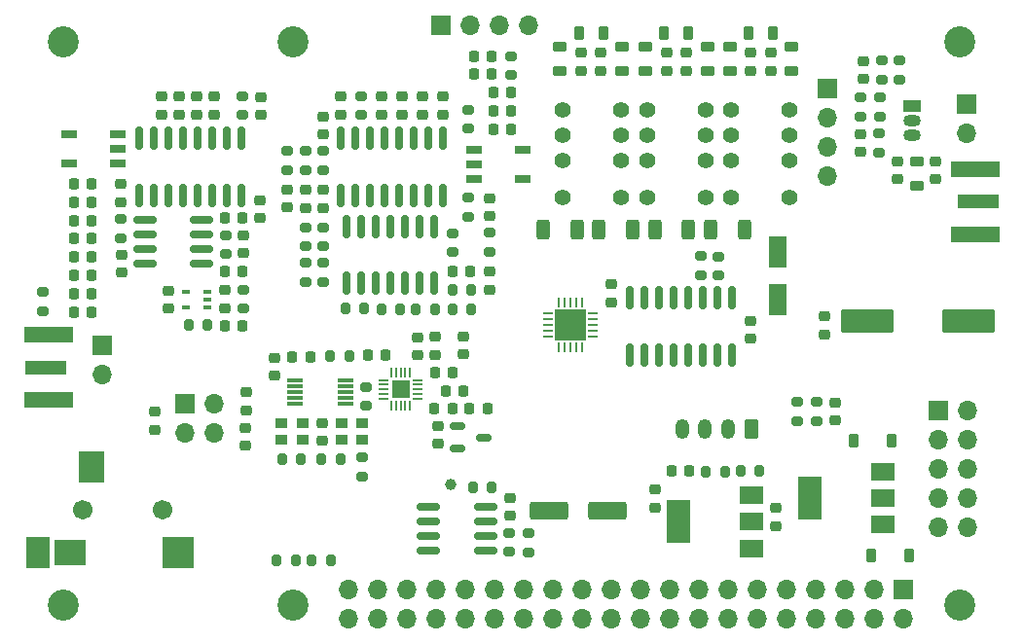
<source format=gts>
G04 #@! TF.GenerationSoftware,KiCad,Pcbnew,7.0.10*
G04 #@! TF.CreationDate,2024-01-23T19:41:07-06:00*
G04 #@! TF.ProjectId,radiohead,72616469-6f68-4656-9164-2e6b69636164,2.0*
G04 #@! TF.SameCoordinates,Original*
G04 #@! TF.FileFunction,Soldermask,Top*
G04 #@! TF.FilePolarity,Negative*
%FSLAX46Y46*%
G04 Gerber Fmt 4.6, Leading zero omitted, Abs format (unit mm)*
G04 Created by KiCad (PCBNEW 7.0.10) date 2024-01-23 19:41:07*
%MOMM*%
%LPD*%
G01*
G04 APERTURE LIST*
G04 Aperture macros list*
%AMRoundRect*
0 Rectangle with rounded corners*
0 $1 Rounding radius*
0 $2 $3 $4 $5 $6 $7 $8 $9 X,Y pos of 4 corners*
0 Add a 4 corners polygon primitive as box body*
4,1,4,$2,$3,$4,$5,$6,$7,$8,$9,$2,$3,0*
0 Add four circle primitives for the rounded corners*
1,1,$1+$1,$2,$3*
1,1,$1+$1,$4,$5*
1,1,$1+$1,$6,$7*
1,1,$1+$1,$8,$9*
0 Add four rect primitives between the rounded corners*
20,1,$1+$1,$2,$3,$4,$5,0*
20,1,$1+$1,$4,$5,$6,$7,0*
20,1,$1+$1,$6,$7,$8,$9,0*
20,1,$1+$1,$8,$9,$2,$3,0*%
G04 Aperture macros list end*
%ADD10RoundRect,0.225000X0.250000X-0.225000X0.250000X0.225000X-0.250000X0.225000X-0.250000X-0.225000X0*%
%ADD11RoundRect,0.200000X-0.275000X0.200000X-0.275000X-0.200000X0.275000X-0.200000X0.275000X0.200000X0*%
%ADD12RoundRect,0.200000X0.200000X0.275000X-0.200000X0.275000X-0.200000X-0.275000X0.200000X-0.275000X0*%
%ADD13RoundRect,0.225000X-0.250000X0.225000X-0.250000X-0.225000X0.250000X-0.225000X0.250000X0.225000X0*%
%ADD14RoundRect,0.225000X-0.225000X-0.250000X0.225000X-0.250000X0.225000X0.250000X-0.225000X0.250000X0*%
%ADD15RoundRect,0.225000X0.225000X0.250000X-0.225000X0.250000X-0.225000X-0.250000X0.225000X-0.250000X0*%
%ADD16RoundRect,0.218750X0.218750X0.256250X-0.218750X0.256250X-0.218750X-0.256250X0.218750X-0.256250X0*%
%ADD17RoundRect,0.218750X-0.218750X-0.256250X0.218750X-0.256250X0.218750X0.256250X-0.218750X0.256250X0*%
%ADD18C,2.700000*%
%ADD19R,3.600000X1.270000*%
%ADD20R,4.200000X1.350000*%
%ADD21RoundRect,0.200000X0.275000X-0.200000X0.275000X0.200000X-0.275000X0.200000X-0.275000X-0.200000X0*%
%ADD22RoundRect,0.200000X-0.200000X-0.275000X0.200000X-0.275000X0.200000X0.275000X-0.200000X0.275000X0*%
%ADD23R,1.400000X0.300000*%
%ADD24RoundRect,0.225000X-0.225000X-0.375000X0.225000X-0.375000X0.225000X0.375000X-0.225000X0.375000X0*%
%ADD25RoundRect,0.150000X-0.825000X-0.150000X0.825000X-0.150000X0.825000X0.150000X-0.825000X0.150000X0*%
%ADD26RoundRect,0.050000X0.375000X0.050000X-0.375000X0.050000X-0.375000X-0.050000X0.375000X-0.050000X0*%
%ADD27RoundRect,0.050000X0.050000X0.375000X-0.050000X0.375000X-0.050000X-0.375000X0.050000X-0.375000X0*%
%ADD28R,1.650000X1.650000*%
%ADD29RoundRect,0.150000X0.150000X-0.825000X0.150000X0.825000X-0.150000X0.825000X-0.150000X-0.825000X0*%
%ADD30RoundRect,0.250001X-2.049999X-0.799999X2.049999X-0.799999X2.049999X0.799999X-2.049999X0.799999X0*%
%ADD31R,1.700000X1.700000*%
%ADD32O,1.700000X1.700000*%
%ADD33C,1.000000*%
%ADD34R,2.000000X1.500000*%
%ADD35R,2.000000X3.800000*%
%ADD36R,1.400000X0.760000*%
%ADD37RoundRect,0.250000X1.412500X0.550000X-1.412500X0.550000X-1.412500X-0.550000X1.412500X-0.550000X0*%
%ADD38RoundRect,0.150000X0.825000X0.150000X-0.825000X0.150000X-0.825000X-0.150000X0.825000X-0.150000X0*%
%ADD39RoundRect,0.150000X-0.512500X-0.150000X0.512500X-0.150000X0.512500X0.150000X-0.512500X0.150000X0*%
%ADD40RoundRect,0.225000X0.225000X0.375000X-0.225000X0.375000X-0.225000X-0.375000X0.225000X-0.375000X0*%
%ADD41RoundRect,0.250000X0.312500X0.625000X-0.312500X0.625000X-0.312500X-0.625000X0.312500X-0.625000X0*%
%ADD42RoundRect,0.218750X0.218750X0.381250X-0.218750X0.381250X-0.218750X-0.381250X0.218750X-0.381250X0*%
%ADD43RoundRect,0.250000X0.350000X0.625000X-0.350000X0.625000X-0.350000X-0.625000X0.350000X-0.625000X0*%
%ADD44O,1.200000X1.750000*%
%ADD45RoundRect,0.218750X-0.381250X0.218750X-0.381250X-0.218750X0.381250X-0.218750X0.381250X0.218750X0*%
%ADD46RoundRect,0.062500X-0.337500X-0.062500X0.337500X-0.062500X0.337500X0.062500X-0.337500X0.062500X0*%
%ADD47RoundRect,0.062500X-0.062500X-0.337500X0.062500X-0.337500X0.062500X0.337500X-0.062500X0.337500X0*%
%ADD48R,2.700000X2.700000*%
%ADD49R,1.500000X1.050000*%
%ADD50O,1.500000X1.050000*%
%ADD51R,1.050000X0.950000*%
%ADD52C,1.400000*%
%ADD53RoundRect,0.218750X0.381250X-0.218750X0.381250X0.218750X-0.381250X0.218750X-0.381250X-0.218750X0*%
%ADD54R,0.650000X0.400000*%
%ADD55RoundRect,0.250000X-0.550000X1.137500X-0.550000X-1.137500X0.550000X-1.137500X0.550000X1.137500X0*%
%ADD56C,1.701800*%
%ADD57R,2.006600X2.794000*%
%ADD58R,2.794000X2.794000*%
%ADD59R,2.209800X2.794000*%
%ADD60R,2.794000X2.209800*%
%ADD61RoundRect,0.150000X-0.150000X0.825000X-0.150000X-0.825000X0.150000X-0.825000X0.150000X0.825000X0*%
G04 APERTURE END LIST*
D10*
X92043200Y-109826600D03*
X92043200Y-108276600D03*
D11*
X99138000Y-125078400D03*
X99138000Y-126728400D03*
D12*
X96055400Y-128187400D03*
X94405400Y-128187400D03*
D10*
X100633200Y-118834600D03*
X100633200Y-117284600D03*
X95126532Y-109826600D03*
X95126532Y-108276600D03*
D13*
X99153700Y-120340400D03*
X99153700Y-121890400D03*
D14*
X109982600Y-130796400D03*
X111532600Y-130796400D03*
D10*
X96668200Y-109826600D03*
X96668200Y-108276600D03*
D15*
X117368900Y-132332800D03*
X115818900Y-132332800D03*
X120788200Y-106321600D03*
X119238200Y-106321600D03*
D14*
X120918200Y-109503600D03*
X122468200Y-109503600D03*
D16*
X120800700Y-104755600D03*
X119225700Y-104755600D03*
D17*
X120905700Y-107907600D03*
X122480700Y-107907600D03*
D16*
X122480700Y-111099600D03*
X120905700Y-111099600D03*
D18*
X103500000Y-103500000D03*
X161500000Y-103500000D03*
D15*
X85987800Y-115868974D03*
X84437800Y-115868974D03*
D16*
X86000300Y-123830844D03*
X84425300Y-123830844D03*
D17*
X84425300Y-119053722D03*
X86000300Y-119053722D03*
D16*
X86000300Y-117461348D03*
X84425300Y-117461348D03*
X86000300Y-125423218D03*
X84425300Y-125423218D03*
D19*
X82030000Y-131857600D03*
D20*
X82230000Y-129032600D03*
X82230000Y-134682600D03*
D21*
X104592600Y-124388800D03*
X104592600Y-122738800D03*
X117398000Y-121809800D03*
X117398000Y-120159800D03*
D12*
X112825400Y-126784200D03*
X111175400Y-126784200D03*
D11*
X106159800Y-122739000D03*
X106159800Y-124389000D03*
D21*
X97610400Y-121974800D03*
X97610400Y-120324800D03*
X88511500Y-120602200D03*
X88511500Y-118952200D03*
X99064800Y-109887200D03*
X99064800Y-108237200D03*
X109450080Y-109884600D03*
X109450080Y-108234600D03*
D15*
X104988200Y-130921600D03*
X103438200Y-130921600D03*
D10*
X118279200Y-130722800D03*
X118279200Y-129172800D03*
D22*
X114189200Y-126788200D03*
X115839200Y-126788200D03*
D12*
X109681200Y-126715600D03*
X108031200Y-126715600D03*
D15*
X99091040Y-118870500D03*
X97541040Y-118870500D03*
D22*
X119124400Y-142267400D03*
X120774400Y-142267400D03*
D21*
X123993000Y-147953800D03*
X123993000Y-146303800D03*
D18*
X103500000Y-152500000D03*
D14*
X97556800Y-128197400D03*
X99106800Y-128197400D03*
D23*
X108093500Y-135009500D03*
X108093500Y-134509500D03*
X108093500Y-134009500D03*
X108093500Y-133509500D03*
X108093500Y-133009500D03*
X103693500Y-133009500D03*
X103693500Y-133509500D03*
X103693500Y-134009500D03*
X103693500Y-134509500D03*
X103693500Y-135009500D03*
D10*
X93584866Y-109826600D03*
X93584866Y-108276600D03*
D15*
X117355800Y-135445200D03*
X115805800Y-135445200D03*
D10*
X88569460Y-123614060D03*
X88569460Y-122064060D03*
D15*
X99131300Y-123474500D03*
X97581300Y-123474500D03*
X85987800Y-122238470D03*
X84437800Y-122238470D03*
D18*
X161500000Y-152500000D03*
D24*
X153760000Y-148228000D03*
X157060000Y-148228000D03*
D25*
X115288600Y-143949600D03*
X115288600Y-145219600D03*
X115288600Y-146489600D03*
X115288600Y-147759600D03*
X120238600Y-147759600D03*
X120238600Y-146489600D03*
X120238600Y-145219600D03*
X120238600Y-143949600D03*
D26*
X114307200Y-134557200D03*
X114307200Y-134157200D03*
X114307200Y-133757200D03*
X114307200Y-133357200D03*
X114307200Y-132957200D03*
D27*
X113657200Y-132307200D03*
X113257200Y-132307200D03*
X112857200Y-132307200D03*
X112457200Y-132307200D03*
X112057200Y-132307200D03*
D26*
X111407200Y-132957200D03*
X111407200Y-133357200D03*
X111407200Y-133757200D03*
X111407200Y-134157200D03*
X111407200Y-134557200D03*
D27*
X112057200Y-135207200D03*
X112457200Y-135207200D03*
X112857200Y-135207200D03*
X113257200Y-135207200D03*
X113657200Y-135207200D03*
D28*
X112857200Y-133757200D03*
D21*
X122319000Y-147887200D03*
X122319000Y-146237200D03*
D10*
X115888200Y-130758800D03*
X115888200Y-129208800D03*
X106110400Y-111548200D03*
X106110400Y-109998200D03*
D13*
X88487800Y-115911400D03*
X88487800Y-117461400D03*
D15*
X118312600Y-133889200D03*
X116762600Y-133889200D03*
D10*
X91509200Y-137278000D03*
X91509200Y-135728000D03*
D13*
X99384000Y-137137200D03*
X99384000Y-138687200D03*
X99390200Y-134031800D03*
X99390200Y-135581800D03*
D29*
X107673200Y-116851600D03*
X108943200Y-116851600D03*
X110213200Y-116851600D03*
X111483200Y-116851600D03*
X112753200Y-116851600D03*
X114023200Y-116851600D03*
X115293200Y-116851600D03*
X116563200Y-116851600D03*
X116563200Y-111901600D03*
X115293200Y-111901600D03*
X114023200Y-111901600D03*
X112753200Y-111901600D03*
X111483200Y-111901600D03*
X110213200Y-111901600D03*
X108943200Y-111901600D03*
X107673200Y-111901600D03*
D14*
X84437800Y-120646096D03*
X85987800Y-120646096D03*
D15*
X85987800Y-127015598D03*
X84437800Y-127015598D03*
D10*
X116099400Y-138484000D03*
X116099400Y-136934000D03*
X106034800Y-138226000D03*
X106034800Y-136676000D03*
D14*
X117392400Y-123485200D03*
X118942400Y-123485200D03*
D30*
X153410000Y-127808000D03*
X162210000Y-127808000D03*
D13*
X101893200Y-131001600D03*
X101893200Y-132551600D03*
D14*
X118841000Y-135435400D03*
X120391000Y-135435400D03*
D31*
X159620000Y-135636000D03*
D32*
X162160000Y-135636000D03*
X159620000Y-138176000D03*
X162160000Y-138176000D03*
X159620000Y-140716000D03*
X162160000Y-140716000D03*
X159620000Y-143256000D03*
X162160000Y-143256000D03*
X159620000Y-145796000D03*
X162160000Y-145796000D03*
D11*
X147374600Y-134883800D03*
X147374600Y-136533800D03*
D21*
X149050000Y-136513000D03*
X149050000Y-134863000D03*
D11*
X104587000Y-119660000D03*
X104587000Y-121310000D03*
D21*
X106147200Y-121312600D03*
X106147200Y-119662600D03*
D33*
X117239800Y-142029400D03*
D34*
X154780000Y-145498000D03*
X154780000Y-143198000D03*
D35*
X148480000Y-143198000D03*
D34*
X154780000Y-140898000D03*
D22*
X117351400Y-125104800D03*
X119001400Y-125104800D03*
D10*
X92686800Y-126698200D03*
X92686800Y-125148200D03*
D36*
X119272200Y-115417600D03*
X119272200Y-114147600D03*
X119272200Y-112877600D03*
X123482200Y-115417600D03*
X123482200Y-112877600D03*
X88228200Y-111555600D03*
X88228200Y-112825600D03*
X88228200Y-114095600D03*
X84018200Y-111555600D03*
X84018200Y-114095600D03*
D12*
X144075600Y-140880800D03*
X142425600Y-140880800D03*
X141043400Y-140899200D03*
X139393400Y-140899200D03*
D10*
X122351800Y-144742200D03*
X122351800Y-143192200D03*
D13*
X149719200Y-127428600D03*
X149719200Y-128978600D03*
X107676800Y-108284600D03*
X107676800Y-109834600D03*
X150680000Y-134913000D03*
X150680000Y-136463000D03*
X145457800Y-144090400D03*
X145457800Y-145640400D03*
D34*
X143358000Y-147588000D03*
X143358000Y-145288000D03*
D35*
X137058000Y-145288000D03*
D34*
X143358000Y-142988000D03*
D22*
X117348600Y-126799600D03*
X118998600Y-126799600D03*
D13*
X114311000Y-129214800D03*
X114311000Y-130764800D03*
D10*
X134950200Y-144031000D03*
X134950200Y-142481000D03*
D37*
X130877500Y-144348000D03*
X125802500Y-144348000D03*
D38*
X95539800Y-122793200D03*
X95539800Y-121523200D03*
X95539800Y-120253200D03*
X95539800Y-118983200D03*
X90589800Y-118983200D03*
X90589800Y-120253200D03*
X90589800Y-121523200D03*
X90589800Y-122793200D03*
D10*
X97576600Y-126689200D03*
X97576600Y-125139200D03*
X120601400Y-125081200D03*
X120601400Y-123531200D03*
X106123200Y-117964600D03*
X106123200Y-116414600D03*
X104573200Y-117954600D03*
X104573200Y-116404600D03*
X114769920Y-109834600D03*
X114769920Y-108284600D03*
X111223360Y-109834600D03*
X111223360Y-108284600D03*
X116543200Y-109834600D03*
X116543200Y-108284600D03*
X112996640Y-109834600D03*
X112996640Y-108284600D03*
D21*
X120578200Y-121783600D03*
X120578200Y-120133600D03*
X118712000Y-118719200D03*
X118712000Y-117069200D03*
D11*
X118753200Y-109404600D03*
X118753200Y-111054600D03*
D21*
X106113200Y-114684600D03*
X106113200Y-113034600D03*
X104553200Y-114664600D03*
X104553200Y-113014600D03*
X103023200Y-114654600D03*
X103023200Y-113004600D03*
D10*
X103023200Y-117944600D03*
X103023200Y-116394600D03*
D39*
X117808900Y-136989200D03*
X117808900Y-138889200D03*
X120083900Y-137939200D03*
D40*
X155540000Y-138238000D03*
X152240000Y-138238000D03*
D11*
X122445000Y-104770000D03*
X122445000Y-106420000D03*
D29*
X108178600Y-124522000D03*
X109448600Y-124522000D03*
X110718600Y-124522000D03*
X111988600Y-124522000D03*
X113258600Y-124522000D03*
X114528600Y-124522000D03*
X115798600Y-124522000D03*
X115798600Y-119572000D03*
X114528600Y-119572000D03*
X113258600Y-119572000D03*
X111988600Y-119572000D03*
X110718600Y-119572000D03*
X109448600Y-119572000D03*
X108178600Y-119572000D03*
D41*
X137900832Y-119815000D03*
X134975832Y-119815000D03*
D22*
X105950000Y-139855000D03*
X107600000Y-139855000D03*
D42*
X130497500Y-102785000D03*
X128372500Y-102785000D03*
D43*
X143345000Y-137215000D03*
D44*
X141345000Y-137215000D03*
X139345000Y-137215000D03*
X137345000Y-137215000D03*
D11*
X140505000Y-122190000D03*
X140505000Y-123840000D03*
D13*
X130287220Y-104470000D03*
X130287220Y-106020000D03*
D31*
X149955000Y-107545000D03*
D32*
X149955000Y-110085000D03*
X149955000Y-112625000D03*
X149955000Y-115165000D03*
D21*
X156215000Y-106790000D03*
X156215000Y-105140000D03*
D22*
X102080000Y-148655000D03*
X103730000Y-148655000D03*
D45*
X141485000Y-103912500D03*
X141485000Y-106037500D03*
D22*
X106718600Y-130835400D03*
X108368600Y-130835400D03*
D46*
X125665000Y-127145000D03*
X125665000Y-127645000D03*
X125665000Y-128145000D03*
X125665000Y-128645000D03*
X125665000Y-129145000D03*
D47*
X126615000Y-130095000D03*
X127115000Y-130095000D03*
X127615000Y-130095000D03*
X128115000Y-130095000D03*
X128615000Y-130095000D03*
D46*
X129565000Y-129145000D03*
X129565000Y-128645000D03*
X129565000Y-128145000D03*
X129565000Y-127645000D03*
X129565000Y-127145000D03*
D47*
X128615000Y-126195000D03*
X128115000Y-126195000D03*
X127615000Y-126195000D03*
X127115000Y-126195000D03*
X126615000Y-126195000D03*
D48*
X127615000Y-128145000D03*
D22*
X105140000Y-148645000D03*
X106790000Y-148645000D03*
D45*
X126705000Y-103912500D03*
X126705000Y-106037500D03*
D49*
X157345000Y-109135000D03*
D50*
X157345000Y-110405000D03*
X157345000Y-111675000D03*
D13*
X120579800Y-117119800D03*
X120579800Y-118669800D03*
D51*
X102510000Y-138128200D03*
X104360000Y-138128200D03*
X104360000Y-136678200D03*
X102510000Y-136678200D03*
D11*
X109515000Y-139710000D03*
X109515000Y-141360000D03*
D21*
X81765000Y-126950000D03*
X81765000Y-125300000D03*
D10*
X156055000Y-115480000D03*
X156055000Y-113930000D03*
D41*
X142757500Y-119815000D03*
X139832500Y-119815000D03*
D45*
X146865000Y-103912500D03*
X146865000Y-106037500D03*
D13*
X159375000Y-113930000D03*
X159375000Y-115480000D03*
X128556110Y-104470000D03*
X128556110Y-106020000D03*
D31*
X86895000Y-129915000D03*
D32*
X86895000Y-132455000D03*
D13*
X143318333Y-104470000D03*
X143318333Y-106020000D03*
D52*
X132025000Y-117035000D03*
X132025000Y-113835000D03*
X132025000Y-111635000D03*
X132025000Y-109435000D03*
X126945000Y-109435000D03*
X126945000Y-111635000D03*
X126945000Y-113835000D03*
X126945000Y-117035000D03*
D19*
X163060000Y-117440000D03*
D20*
X162860000Y-120265000D03*
X162860000Y-114615000D03*
D29*
X132790000Y-130750000D03*
X134060000Y-130750000D03*
X135330000Y-130750000D03*
X136600000Y-130750000D03*
X137870000Y-130750000D03*
X139140000Y-130750000D03*
X140410000Y-130750000D03*
X141680000Y-130750000D03*
X141680000Y-125800000D03*
X140410000Y-125800000D03*
X139140000Y-125800000D03*
X137870000Y-125800000D03*
X136600000Y-125800000D03*
X135330000Y-125800000D03*
X134060000Y-125800000D03*
X132790000Y-125800000D03*
D15*
X137950000Y-140895000D03*
X136400000Y-140895000D03*
D13*
X131185000Y-124640000D03*
X131185000Y-126190000D03*
D45*
X139573333Y-103912500D03*
X139573333Y-106037500D03*
D13*
X143265000Y-127780000D03*
X143265000Y-129330000D03*
D21*
X154495000Y-113130000D03*
X154495000Y-111480000D03*
D45*
X134103333Y-103912500D03*
X134103333Y-106037500D03*
D53*
X157725000Y-116037500D03*
X157725000Y-113912500D03*
D13*
X145031666Y-104470000D03*
X145031666Y-106020000D03*
D10*
X153115000Y-106740000D03*
X153115000Y-105190000D03*
D31*
X94124600Y-135032800D03*
D32*
X96664600Y-135032800D03*
X94124600Y-137572800D03*
X96664600Y-137572800D03*
D13*
X137709999Y-104470000D03*
X137709999Y-106020000D03*
D10*
X152885000Y-113080000D03*
X152885000Y-111530000D03*
D21*
X109860400Y-135195400D03*
X109860400Y-133545400D03*
D54*
X96075000Y-126605000D03*
X96075000Y-125955000D03*
X96075000Y-125305000D03*
X94175000Y-125305000D03*
X94175000Y-126605000D03*
D18*
X83500000Y-103500000D03*
D11*
X138965000Y-122180000D03*
X138965000Y-123830000D03*
D31*
X162095000Y-108945000D03*
D32*
X162095000Y-111485000D03*
D52*
X146715000Y-117035000D03*
X146715000Y-113835000D03*
X146715000Y-111635000D03*
X146715000Y-109435000D03*
X141635000Y-109435000D03*
X141635000Y-111635000D03*
X141635000Y-113835000D03*
X141635000Y-117035000D03*
D51*
X107690000Y-138129200D03*
X109540000Y-138129200D03*
X109540000Y-136679200D03*
X107690000Y-136679200D03*
D41*
X133044166Y-119815000D03*
X130119166Y-119815000D03*
X128187500Y-119815000D03*
X125262500Y-119815000D03*
D13*
X135966666Y-104470000D03*
X135966666Y-106020000D03*
X100675600Y-108322200D03*
X100675600Y-109872200D03*
D52*
X139393333Y-117035000D03*
X139393333Y-113835000D03*
X139393333Y-111635000D03*
X139393333Y-109435000D03*
X134313333Y-109435000D03*
X134313333Y-111635000D03*
X134313333Y-113835000D03*
X134313333Y-117035000D03*
D55*
X145655000Y-121792500D03*
X145655000Y-125917500D03*
D18*
X83500000Y-152500000D03*
D56*
X85174701Y-144255000D03*
X92174700Y-144255000D03*
D57*
X81274699Y-147955000D03*
D58*
X93474700Y-147955000D03*
D59*
X85974700Y-140555000D03*
D60*
X84074701Y-147955000D03*
D31*
X116375000Y-102085000D03*
D32*
X118915000Y-102085000D03*
X121455000Y-102085000D03*
X123995000Y-102085000D03*
D12*
X104170000Y-139855000D03*
X102520000Y-139855000D03*
D61*
X99034600Y-111901600D03*
X97764600Y-111901600D03*
X96494600Y-111901600D03*
X95224600Y-111901600D03*
X93954600Y-111901600D03*
X92684600Y-111901600D03*
X91414600Y-111901600D03*
X90144600Y-111901600D03*
X90144600Y-116851600D03*
X91414600Y-116851600D03*
X92684600Y-116851600D03*
X93954600Y-116851600D03*
X95224600Y-116851600D03*
X96494600Y-116851600D03*
X97764600Y-116851600D03*
X99034600Y-116851600D03*
D42*
X145247500Y-102785000D03*
X143122500Y-102785000D03*
D21*
X152895000Y-110010000D03*
X152895000Y-108360000D03*
D45*
X132138332Y-103912500D03*
X132138332Y-106037500D03*
D42*
X137895833Y-102785000D03*
X135770833Y-102785000D03*
D21*
X154535000Y-110010000D03*
X154535000Y-108360000D03*
D11*
X154715000Y-105140000D03*
X154715000Y-106790000D03*
D31*
X156600000Y-151200000D03*
D32*
X156600000Y-153740000D03*
X154060000Y-151200000D03*
X154060000Y-153740000D03*
X151520000Y-151200000D03*
X151520000Y-153740000D03*
X148980000Y-151200000D03*
X148980000Y-153740000D03*
X146440000Y-151200000D03*
X146440000Y-153740000D03*
X143900000Y-151200000D03*
X143900000Y-153740000D03*
X141360000Y-151200000D03*
X141360000Y-153740000D03*
X138820000Y-151200000D03*
X138820000Y-153740000D03*
X136280000Y-151200000D03*
X136280000Y-153740000D03*
X133740000Y-151200000D03*
X133740000Y-153740000D03*
X131200000Y-151200000D03*
X131200000Y-153740000D03*
X128660000Y-151200000D03*
X128660000Y-153740000D03*
X126120000Y-151200000D03*
X126120000Y-153740000D03*
X123580000Y-151200000D03*
X123580000Y-153740000D03*
X121040000Y-151200000D03*
X121040000Y-153740000D03*
X118500000Y-151200000D03*
X118500000Y-153740000D03*
X115960000Y-151200000D03*
X115960000Y-153740000D03*
X113420000Y-151200000D03*
X113420000Y-153740000D03*
X110880000Y-151200000D03*
X110880000Y-153740000D03*
X108340000Y-151200000D03*
X108340000Y-153740000D03*
M02*

</source>
